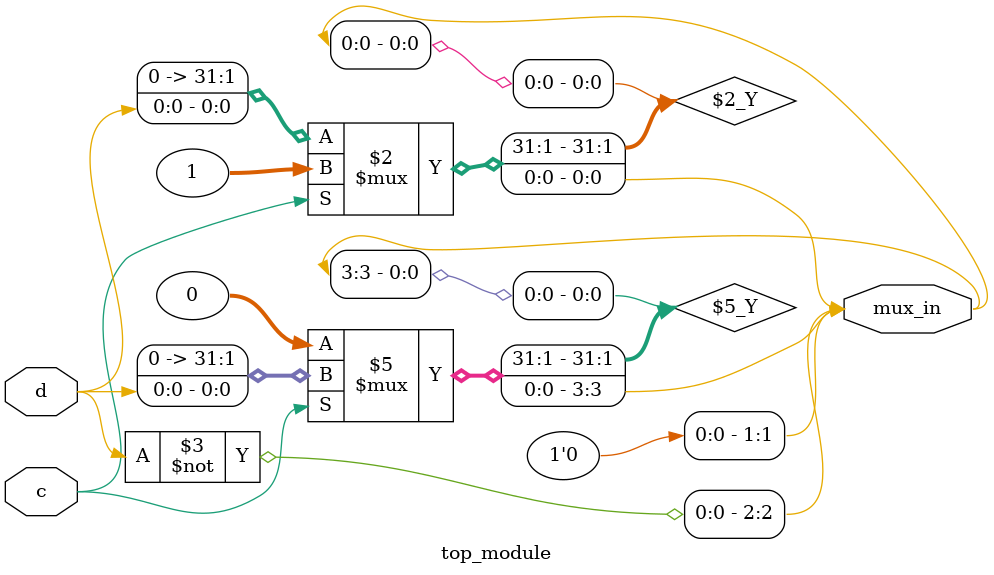
<source format=v>
module top_module(
    input c, 
    input d,
    output [3:0] mux_in
);
    
    // always@(*) begin
    //     case({c,d})
    //         0: mux_in = 4'b0100;
    //         1: mux_in = 4'b0001;
    //         2: mux_in = 4'b0101;
    //         3: mux_in = 4'b1001;
    //     endcase
    // end

    assign mux_in[0] = c ? 1 : d;
    assign mux_in[1] = 0;
    assign mux_in[2] = ~d;
    assign mux_in[3] = c ? d : 0;


endmodule
</source>
